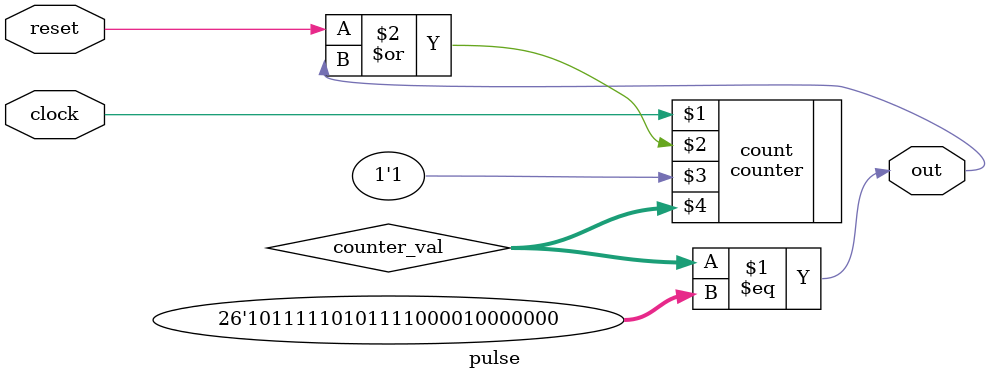
<source format=v>
module pulse(clock,reset,out);
    parameter DURATION=1000;
    parameter CLOCK_FREQUENCY=50000000;
    input wire clock, reset;
    output wire out;

    localparam COUNT_MAX = CLOCK_FREQUENCY*(DURATION/1000);
    localparam WIDTH=$clog2(COUNT_MAX);
    
    wire [WIDTH-1:0] counter_val;
    assign out = counter_val == COUNT_MAX;

    counter #(WIDTH) count(
        clock,reset|out,1'b1,counter_val
    );
endmodule
</source>
